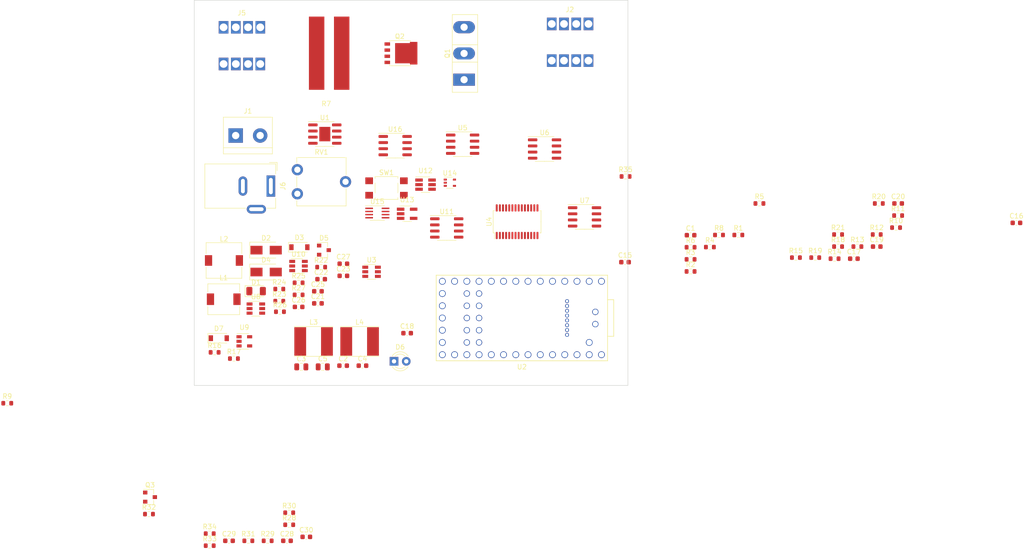
<source format=kicad_pcb>
(kicad_pcb (version 20171130) (host pcbnew 5.1.7-a382d34a8~87~ubuntu18.04.1)
  (layers (0 F.Cu signal) (31 B.Cu signal) (34 B.Paste user) (35 F.Paste user) (36 B.SilkS user) (37 F.SilkS user) (38 B.Mask user) (39 F.Mask user) (44 Edge.Cuts user))
  (net 0 "")
  (net 1 /Teensy/TempSense)
  (net 2 GND)
  (net 3 "Net-(C17-Pad2)")
  (net 4 +9V)
  (net 5 +12V)
  (net 6 "Net-(C22-Pad2)")
  (net 7 "Net-(C22-Pad1)")
  (net 8 +5V)
  (net 9 "Net-(C26-Pad2)")
  (net 10 "Net-(C26-Pad1)")
  (net 11 "/Overcurrent Protection/Vref")
  (net 12 "Net-(D3-Pad2)")
  (net 13 "Net-(D6-Pad2)")
  (net 14 "Net-(Q1-Pad3)")
  (net 15 "/Output Stage/MOSFET-OUT")
  (net 16 "/Overcurrent Protection/OCMosfet")
  (net 17 "Net-(Q2-Pad1)")
  (net 18 "/Overcurrent Protection/OCControl")
  (net 19 "Net-(R2-Pad2)")
  (net 20 "Net-(R3-Pad2)")
  (net 21 "Net-(R5-Pad1)")
  (net 22 "Net-(R10-Pad2)")
  (net 23 "Net-(C18-Pad1)")
  (net 24 "Net-(C18-Pad2)")
  (net 25 "Net-(R13-Pad2)")
  (net 26 "Net-(R14-Pad2)")
  (net 27 "Net-(R19-Pad2)")
  (net 28 "Net-(R22-Pad2)")
  (net 29 "Net-(R23-Pad2)")
  (net 30 "Net-(R25-Pad2)")
  (net 31 "Net-(R26-Pad2)")
  (net 32 "Net-(R28-Pad1)")
  (net 33 "Net-(R29-Pad1)")
  (net 34 "Net-(R31-Pad2)")
  (net 35 +3V3)
  (net 36 "Net-(C2-Pad2)")
  (net 37 "/Overcurrent Protection/OCStatus")
  (net 38 "/Overcurrent Protection/OCSense")
  (net 39 /Teensy/ADC-SHUNT)
  (net 40 "Net-(R4-Pad2)")
  (net 41 "Net-(R15-Pad2)")
  (net 42 "Net-(C4-Pad1)")
  (net 43 -3V3)
  (net 44 "Net-(R18-Pad2)")
  (net 45 "Net-(R30-Pad2)")
  (net 46 "Net-(R32-Pad1)")
  (net 47 "Net-(U2-Pad12)")
  (net 48 "Net-(U2-Pad14)")
  (net 49 "Net-(U2-Pad20)")
  (net 50 "/Output Stage/DAC-CLOCK")
  (net 51 "/Output Stage/DAC-D0")
  (net 52 "/Output Stage/DAC-D1")
  (net 53 "/Output Stage/DAC-D2")
  (net 54 "/Output Stage/DAC-D3")
  (net 55 "/Output Stage/DAC-D4")
  (net 56 "/Output Stage/DAC-D5")
  (net 57 "/Output Stage/DAC-D6")
  (net 58 "/Output Stage/DAC-D7")
  (net 59 "/Output Stage/DAC-D8")
  (net 60 "/Output Stage/DAC-D9")
  (net 61 "/Output Stage/DAC-D10")
  (net 62 "/Output Stage/DAC-D11")
  (net 63 "/Output Stage/DAC-D12")
  (net 64 "/Output Stage/DAC-D13")
  (net 65 "Net-(C2-Pad1)")
  (net 66 "Net-(U12-Pad6)")
  (net 67 "Net-(U12-Pad3)")
  (net 68 "/Overcurrent Protection/SET")
  (net 69 "/Overcurrent Protection/RESET'")
  (net 70 "Net-(U15-Pad2)")
  (net 71 "Net-(J2-Pad1)")
  (net 72 "Net-(R9-Pad2)")
  (net 73 "Net-(R35-Pad2)")
  (module Resistor_SMD:R_0603_1608Metric (layer F.Cu) (at 179.51 76.6)
    (fp_text reference R35 (at 0 -1.43) (layer F.SilkS))
    (fp_text value 0R)
    (pad 2 smd roundrect (at 0.825 0) (size 0.8 0.95) (layers F.Cu F.Paste F.Mask) (net 73 "Net-(R35-Pad2)"))
    (pad 1 smd roundrect (at -0.825 0) (size 0.8 0.95) (layers F.Cu F.Paste F.Mask) (net 39 /Teensy/ADC-SHUNT))
  )
  (module Resistor_SMD:R_0603_1608Metric (layer F.Cu) (at 51.2 123.7)
    (fp_text reference R9 (at 0 -1.43) (layer F.SilkS))
    (fp_text value 0R)
    (pad 2 smd roundrect (at 0.825 0) (size 0.8 0.95) (layers F.Cu F.Paste F.Mask) (net 72 "Net-(R9-Pad2)"))
    (pad 1 smd roundrect (at -0.825 0) (size 0.8 0.95) (layers F.Cu F.Paste F.Mask) (net 39 /Teensy/ADC-SHUNT))
  )
  (module Hardware:Teensy40_SMT (layer F.Cu) (at 158 106 180)
    (fp_text reference U2 (at 0 -10.16) (layer F.SilkS))
    (fp_text value Teensy4.0)
    (pad 1 thru_hole circle (at -16.51 7.62 180) (size 1.404 1.404) (drill 1.1) (layers *.Cu *.Mask) (net 2 GND))
    (pad 2 thru_hole circle (at -13.97 7.62 180) (size 1.404 1.404) (drill 1.1) (layers *.Cu *.Mask) (net 51 "/Output Stage/DAC-D0"))
    (pad 35 thru_hole circle (at 11.43 -5.08 180) (size 1.304 1.304) (drill 1) (layers *.Cu *.Mask) (net 1 /Teensy/TempSense))
    (pad 36 thru_hole circle (at 8.89 -5.08 180) (size 1.304 1.304) (drill 1) (layers *.Cu *.Mask) (net 18 "/Overcurrent Protection/OCControl"))
    (pad 37 thru_hole circle (at 11.43 -2.54 180) (size 1.304 1.304) (drill 1) (layers *.Cu *.Mask) (net 37 "/Overcurrent Protection/OCStatus"))
    (pad 38 thru_hole circle (at 8.89 -2.54 180) (size 1.304 1.304) (drill 1) (layers *.Cu *.Mask) (net 72 "Net-(R9-Pad2)"))
    (pad 39 thru_hole circle (at 11.43 0 180) (size 1.304 1.304) (drill 1) (layers *.Cu *.Mask))
    (pad 40 thru_hole circle (at 8.89 0 180) (size 1.304 1.304) (drill 1) (layers *.Cu *.Mask))
    (pad 41 thru_hole circle (at 11.43 2.54 180) (size 1.304 1.304) (drill 1) (layers *.Cu *.Mask))
    (pad 42 thru_hole circle (at 8.89 2.54 180) (size 1.304 1.304) (drill 1) (layers *.Cu *.Mask))
    (pad 43 thru_hole circle (at 11.43 5.08 180) (size 1.304 1.304) (drill 1) (layers *.Cu *.Mask))
    (pad 44 thru_hole circle (at 8.89 5.08 180) (size 1.304 1.304) (drill 1) (layers *.Cu *.Mask))
    (pad 45 thru_hole circle (at -9.3716 -3.5 180) (size 0.804 0.804) (drill 0.5) (layers *.Cu *.Mask))
    (pad 46 thru_hole circle (at -9.3716 -2.5 180) (size 0.804 0.804) (drill 0.5) (layers *.Cu *.Mask))
    (pad 47 thru_hole circle (at -9.3716 -1.5 180) (size 0.804 0.804) (drill 0.5) (layers *.Cu *.Mask) (net 2 GND))
    (pad 48 thru_hole circle (at -9.3716 -0.5 180) (size 0.804 0.804) (drill 0.5) (layers *.Cu *.Mask))
    (pad 49 thru_hole circle (at -9.3716 0.5 180) (size 0.804 0.804) (drill 0.5) (layers *.Cu *.Mask) (net 35 +3V3))
    (pad 50 thru_hole circle (at -9.3716 1.5 180) (size 0.804 0.804) (drill 0.5) (layers *.Cu *.Mask))
    (pad 51 thru_hole circle (at -9.3716 2.5 180) (size 0.804 0.804) (drill 0.5) (layers *.Cu *.Mask))
    (pad 52 thru_hole circle (at -9.3716 3.5 180) (size 0.804 0.804) (drill 0.5) (layers *.Cu *.Mask))
    (pad 53 thru_hole circle (at -15.24 -1.27 180) (size 1.304 1.304) (drill 1) (layers *.Cu *.Mask))
    (pad 54 thru_hole circle (at -15.24 1.27 180) (size 1.304 1.304) (drill 1) (layers *.Cu *.Mask))
    (pad 3 thru_hole circle (at -11.43 7.62 180) (size 1.404 1.404) (drill 1.1) (layers *.Cu *.Mask) (net 52 "/Output Stage/DAC-D1"))
    (pad 4 thru_hole circle (at -8.89 7.62 180) (size 1.404 1.404) (drill 1.1) (layers *.Cu *.Mask) (net 53 "/Output Stage/DAC-D2"))
    (pad 5 thru_hole circle (at -6.35 7.62 180) (size 1.404 1.404) (drill 1.1) (layers *.Cu *.Mask) (net 54 "/Output Stage/DAC-D3"))
    (pad 6 thru_hole circle (at -3.81 7.62 180) (size 1.404 1.404) (drill 1.1) (layers *.Cu *.Mask) (net 55 "/Output Stage/DAC-D4"))
    (pad 7 thru_hole circle (at -1.27 7.62 180) (size 1.404 1.404) (drill 1.1) (layers *.Cu *.Mask) (net 56 "/Output Stage/DAC-D5"))
    (pad 8 thru_hole circle (at 1.27 7.62 180) (size 1.404 1.404) (drill 1.1) (layers *.Cu *.Mask) (net 57 "/Output Stage/DAC-D6"))
    (pad 9 thru_hole circle (at 3.81 7.62 180) (size 1.404 1.404) (drill 1.1) (layers *.Cu *.Mask) (net 58 "/Output Stage/DAC-D7"))
    (pad 10 thru_hole circle (at 6.35 7.62 180) (size 1.404 1.404) (drill 1.1) (layers *.Cu *.Mask) (net 59 "/Output Stage/DAC-D8"))
    (pad 11 thru_hole circle (at 8.89 7.62 180) (size 1.404 1.404) (drill 1.1) (layers *.Cu *.Mask) (net 60 "/Output Stage/DAC-D9"))
    (pad 12 thru_hole circle (at 11.43 7.62 180) (size 1.404 1.404) (drill 1.1) (layers *.Cu *.Mask) (net 47 "Net-(U2-Pad12)"))
    (pad 14 thru_hole circle (at 16.51 7.62 180) (size 1.404 1.404) (drill 1.1) (layers *.Cu *.Mask) (net 48 "Net-(U2-Pad14)"))
    (pad 15 thru_hole circle (at 16.51 5.08 180) (size 1.404 1.404) (drill 1.1) (layers *.Cu *.Mask))
    (pad 16 thru_hole circle (at 16.51 2.54 180) (size 1.404 1.404) (drill 1.1) (layers *.Cu *.Mask) (net 35 +3V3))
    (pad 17 thru_hole circle (at 16.51 0 180) (size 1.404 1.404) (drill 1.1) (layers *.Cu *.Mask) (net 2 GND))
    (pad 18 thru_hole circle (at 16.51 -2.54 180) (size 1.404 1.404) (drill 1.1) (layers *.Cu *.Mask))
    (pad 19 thru_hole circle (at 16.51 -5.08 180) (size 1.404 1.404) (drill 1.1) (layers *.Cu *.Mask))
    (pad 20 thru_hole circle (at 16.51 -7.62 180) (size 1.404 1.404) (drill 1.1) (layers *.Cu *.Mask) (net 49 "Net-(U2-Pad20)"))
    (pad 21 thru_hole circle (at 13.97 -7.62 180) (size 1.404 1.404) (drill 1.1) (layers *.Cu *.Mask) (net 61 "/Output Stage/DAC-D10"))
    (pad 22 thru_hole circle (at 11.43 -7.62 180) (size 1.404 1.404) (drill 1.1) (layers *.Cu *.Mask) (net 62 "/Output Stage/DAC-D11"))
    (pad 23 thru_hole circle (at 8.89 -7.62 180) (size 1.404 1.404) (drill 1.1) (layers *.Cu *.Mask) (net 63 "/Output Stage/DAC-D12"))
    (pad 24 thru_hole circle (at 6.35 -7.62 180) (size 1.404 1.404) (drill 1.1) (layers *.Cu *.Mask) (net 64 "/Output Stage/DAC-D13"))
    (pad 25 thru_hole circle (at 3.81 -7.62 180) (size 1.404 1.404) (drill 1.1) (layers *.Cu *.Mask) (net 50 "/Output Stage/DAC-CLOCK"))
    (pad 26 thru_hole circle (at 1.27 -7.62 180) (size 1.404 1.404) (drill 1.1) (layers *.Cu *.Mask))
    (pad 27 thru_hole circle (at -1.27 -7.62 180) (size 1.404 1.404) (drill 1.1) (layers *.Cu *.Mask))
    (pad 28 thru_hole circle (at -3.81 -7.62 180) (size 1.404 1.404) (drill 1.1) (layers *.Cu *.Mask))
    (pad 29 thru_hole circle (at -6.35 -7.62 180) (size 1.404 1.404) (drill 1.1) (layers *.Cu *.Mask))
    (pad 30 thru_hole circle (at -8.89 -7.62 180) (size 1.404 1.404) (drill 1.1) (layers *.Cu *.Mask))
    (pad 31 thru_hole circle (at -11.43 -7.62 180) (size 1.404 1.404) (drill 1.1) (layers *.Cu *.Mask) (net 35 +3V3))
    (pad 32 thru_hole circle (at -13.97 -7.62 180) (size 1.404 1.404) (drill 1.1) (layers *.Cu *.Mask) (net 2 GND))
    (pad 34 thru_hole circle (at -13.97 -5.08 180) (size 1.404 1.404) (drill 1.1) (layers *.Cu *.Mask))
    (pad 33 thru_hole circle (at -16.51 -7.62 180) (size 1.404 1.404) (drill 1.1) (layers *.Cu *.Mask) (net 8 +5V))
    (pad 13 thru_hole circle (at 13.97 7.62 180) (size 1.404 1.404) (drill 1.1) (layers *.Cu *.Mask))
  )
  (module Hardware:2959_metric_15075 (layer F.Cu) (at 118 51 180)
    (fp_text reference R7 (at 0.6 -10.5) (layer F.SilkS))
    (fp_text value "1 mOhms ±5% 10W ")
    (pad 2 smd rect (at 2.6 0 180) (size 3.2 15.2) (layers F.Cu F.Paste F.Mask) (net 2 GND))
    (pad 1 smd rect (at -2.6 0 180) (size 3.2 15.2) (layers F.Cu F.Paste F.Mask) (net 17 "Net-(Q2-Pad1)"))
  )
  (module Hardware:7460307 (layer F.Cu) (at 99.9 50.7)
    (fp_text reference J5 (at -0.05 -8.05) (layer F.SilkS))
    (fp_text value " 74650074R")
    (pad 1 thru_hole rect (at 3.81 2.54) (size 2 2.6) (drill 1.6) (layers *.Cu *.Mask) (net 2 GND))
    (pad 1 thru_hole rect (at 1.27 2.54) (size 2 2.6) (drill 1.6) (layers *.Cu *.Mask) (net 2 GND))
    (pad 1 thru_hole rect (at -1.27 2.54) (size 2 2.6) (drill 1.6) (layers *.Cu *.Mask) (net 2 GND))
    (pad 1 thru_hole rect (at -3.81 2.54) (size 2 2.6) (drill 1.6) (layers *.Cu *.Mask) (net 2 GND))
    (pad 1 thru_hole rect (at 3.81 -5.08) (size 2 2.6) (drill 1.6) (layers *.Cu *.Mask) (net 2 GND))
    (pad 1 thru_hole rect (at 1.27 -5.08) (size 2 2.6) (drill 1.6) (layers *.Cu *.Mask) (net 2 GND))
    (pad 1 thru_hole rect (at -3.81 -5.08) (size 2 2.6) (drill 1.6) (layers *.Cu *.Mask) (net 2 GND))
    (pad 1 thru_hole rect (at -1.27 -5.08) (size 2 2.6) (drill 1.6) (layers *.Cu *.Mask) (net 2 GND))
  )
  (module Hardware:7460307 (layer F.Cu) (at 168 50)
    (fp_text reference J2 (at -0.05 -8.05) (layer F.SilkS))
    (fp_text value " 74650074R")
    (pad 1 thru_hole rect (at 3.81 2.54) (size 2 2.6) (drill 1.6) (layers *.Cu *.Mask) (net 71 "Net-(J2-Pad1)"))
    (pad 1 thru_hole rect (at 1.27 2.54) (size 2 2.6) (drill 1.6) (layers *.Cu *.Mask) (net 71 "Net-(J2-Pad1)"))
    (pad 1 thru_hole rect (at -1.27 2.54) (size 2 2.6) (drill 1.6) (layers *.Cu *.Mask) (net 71 "Net-(J2-Pad1)"))
    (pad 1 thru_hole rect (at -3.81 2.54) (size 2 2.6) (drill 1.6) (layers *.Cu *.Mask) (net 71 "Net-(J2-Pad1)"))
    (pad 1 thru_hole rect (at 3.81 -5.08) (size 2 2.6) (drill 1.6) (layers *.Cu *.Mask) (net 71 "Net-(J2-Pad1)"))
    (pad 1 thru_hole rect (at 1.27 -5.08) (size 2 2.6) (drill 1.6) (layers *.Cu *.Mask) (net 71 "Net-(J2-Pad1)"))
    (pad 1 thru_hole rect (at -3.81 -5.08) (size 2 2.6) (drill 1.6) (layers *.Cu *.Mask) (net 71 "Net-(J2-Pad1)"))
    (pad 1 thru_hole rect (at -1.27 -5.08) (size 2 2.6) (drill 1.6) (layers *.Cu *.Mask) (net 71 "Net-(J2-Pad1)"))
  )
  (module Package_SO:SSOP-8_2.95x2.8mm_P0.65mm (layer F.Cu) (at 128 84.2)
    (fp_text reference U15 (at 0 -2.4) (layer F.SilkS))
    (fp_text value 74LVC2G02)
    (pad 8 smd rect (at 1.7 -0.975 270) (size 0.3 1.6) (layers F.Cu F.Paste F.Mask) (net 8 +5V))
    (pad 7 smd rect (at 1.7 -0.325 270) (size 0.3 1.6) (layers F.Cu F.Paste F.Mask) (net 67 "Net-(U12-Pad3)"))
    (pad 6 smd rect (at 1.7 0.325 270) (size 0.3 1.6) (layers F.Cu F.Paste F.Mask) (net 67 "Net-(U12-Pad3)"))
    (pad 5 smd rect (at 1.7 0.975 270) (size 0.3 1.6) (layers F.Cu F.Paste F.Mask) (net 68 "/Overcurrent Protection/SET"))
    (pad 4 smd rect (at -1.7 0.975 270) (size 0.3 1.6) (layers F.Cu F.Paste F.Mask) (net 2 GND))
    (pad 3 smd rect (at -1.7 0.325 270) (size 0.3 1.6) (layers F.Cu F.Paste F.Mask) (net 70 "Net-(U15-Pad2)"))
    (pad 2 smd rect (at -1.7 -0.325 270) (size 0.3 1.6) (layers F.Cu F.Paste F.Mask) (net 70 "Net-(U15-Pad2)"))
    (pad 1 smd rect (at -1.7 -0.975 270) (size 0.3 1.6) (layers F.Cu F.Paste F.Mask) (net 69 "/Overcurrent Protection/RESET'"))
  )
  (module Package_TO_SOT_SMD:SOT-353_SC-70-5 (layer F.Cu) (at 143.05 77.9)
    (fp_text reference U14 (at 0 -2) (layer F.SilkS))
    (fp_text value "TC75S57FU(TE85L,F)")
    (pad 5 smd rect (at 0.95 -0.65) (size 0.65 0.4) (layers F.Cu F.Paste F.Mask) (net 8 +5V))
    (pad 4 smd rect (at 0.95 0.65) (size 0.65 0.4) (layers F.Cu F.Paste F.Mask) (net 68 "/Overcurrent Protection/SET"))
    (pad 2 smd rect (at -0.95 0) (size 0.65 0.4) (layers F.Cu F.Paste F.Mask) (net 2 GND))
    (pad 3 smd rect (at -0.95 0.65) (size 0.65 0.4) (layers F.Cu F.Paste F.Mask) (net 38 "/Overcurrent Protection/OCSense"))
    (pad 1 smd rect (at -0.95 -0.65) (size 0.65 0.4) (layers F.Cu F.Paste F.Mask) (net 11 "/Overcurrent Protection/Vref"))
  )
  (module Package_TO_SOT_SMD:SOT-23-5_HandSoldering (layer F.Cu) (at 134.18 84.35)
    (fp_text reference U13 (at 0 -2.9) (layer F.SilkS))
    (fp_text value SN74LVC1G08DBVR)
    (pad 5 smd rect (at 1.35 -0.95) (size 1.56 0.65) (layers F.Cu F.Paste F.Mask) (net 8 +5V))
    (pad 4 smd rect (at 1.35 0.95) (size 1.56 0.65) (layers F.Cu F.Paste F.Mask) (net 69 "/Overcurrent Protection/RESET'"))
    (pad 3 smd rect (at -1.35 0.95) (size 1.56 0.65) (layers F.Cu F.Paste F.Mask) (net 2 GND))
    (pad 2 smd rect (at -1.35 0) (size 1.56 0.65) (layers F.Cu F.Paste F.Mask) (net 45 "Net-(R30-Pad2)"))
    (pad 1 smd rect (at -1.35 -0.95) (size 1.56 0.65) (layers F.Cu F.Paste F.Mask) (net 66 "Net-(U12-Pad6)"))
  )
  (module Package_TO_SOT_SMD:SOT-23-6_Handsoldering (layer F.Cu) (at 138 78.3)
    (fp_text reference U12 (at 0 -2.9) (layer F.SilkS))
    (fp_text value 74LVC2G04)
    (pad 5 smd rect (at 1.35 0) (size 1.56 0.65) (layers F.Cu F.Paste F.Mask) (net 8 +5V))
    (pad 6 smd rect (at 1.35 -0.95) (size 1.56 0.65) (layers F.Cu F.Paste F.Mask) (net 66 "Net-(U12-Pad6)"))
    (pad 4 smd rect (at 1.35 0.95) (size 1.56 0.65) (layers F.Cu F.Paste F.Mask) (net 34 "Net-(R31-Pad2)"))
    (pad 3 smd rect (at -1.35 0.95) (size 1.56 0.65) (layers F.Cu F.Paste F.Mask) (net 67 "Net-(U12-Pad3)"))
    (pad 2 smd rect (at -1.35 0) (size 1.56 0.65) (layers F.Cu F.Paste F.Mask) (net 2 GND))
    (pad 1 smd rect (at -1.35 -0.95) (size 1.56 0.65) (layers F.Cu F.Paste F.Mask) (net 68 "/Overcurrent Protection/SET"))
  )
  (module Package_SO:SOIC-8-1EP_3.9x4.9mm_P1.27mm_EP2.29x3mm (layer F.Cu) (at 117.1 67.8)
    (fp_text reference U1 (at 0 -3.4) (layer F.SilkS))
    (fp_text value OPA2354AIDDA)
    (pad 9 smd rect (at 0 0) (size 2.29 3) (layers F.Cu F.Mask))
    (pad 8 smd roundrect (at 2.475 -1.905) (size 1.95 0.6) (layers F.Cu F.Paste F.Mask) (net 35 +3V3))
    (pad 7 smd roundrect (at 2.475 -0.635) (size 1.95 0.6) (layers F.Cu F.Paste F.Mask) (net 39 /Teensy/ADC-SHUNT))
    (pad 6 smd roundrect (at 2.475 0.635) (size 1.95 0.6) (layers F.Cu F.Paste F.Mask) (net 20 "Net-(R3-Pad2)"))
    (pad 5 smd roundrect (at 2.475 1.905) (size 1.95 0.6) (layers F.Cu F.Paste F.Mask) (net 19 "Net-(R2-Pad2)"))
    (pad 4 smd roundrect (at -2.475 1.905) (size 1.95 0.6) (layers F.Cu F.Paste F.Mask) (net 43 -3V3))
    (pad 3 smd roundrect (at -2.475 0.635) (size 1.95 0.6) (layers F.Cu F.Paste F.Mask) (net 40 "Net-(R4-Pad2)"))
    (pad 2 smd roundrect (at -2.475 -0.635) (size 1.95 0.6) (layers F.Cu F.Paste F.Mask) (net 21 "Net-(R5-Pad1)"))
    (pad 1 smd roundrect (at -2.475 -1.905) (size 1.95 0.6) (layers F.Cu F.Paste F.Mask) (net 19 "Net-(R2-Pad2)"))
  )
  (module Button_Switch_SMD:SW_SPST_TL3305A (layer F.Cu) (at 129.9 79)
    (fp_text reference SW1 (at 0 -3.2) (layer F.SilkS))
    (fp_text value TL3305A)
    (pad 2 smd rect (at -3.6 1.5) (size 1.6 1.4) (layers F.Cu F.Paste F.Mask) (net 45 "Net-(R30-Pad2)"))
    (pad 2 smd rect (at 3.6 1.5) (size 1.6 1.4) (layers F.Cu F.Paste F.Mask) (net 45 "Net-(R30-Pad2)"))
    (pad 1 smd rect (at -3.6 -1.5) (size 1.6 1.4) (layers F.Cu F.Paste F.Mask) (net 8 +5V))
    (pad 1 smd rect (at 3.6 -1.5) (size 1.6 1.4) (layers F.Cu F.Paste F.Mask) (net 8 +5V))
  )
  (module Package_SO:SOIC-8_3.9x4.9mm_P1.27mm (layer F.Cu) (at 162.7 70.9)
    (fp_text reference U6 (at 0 -3.4) (layer F.SilkS))
    (fp_text value THS3091)
    (pad 8 smd roundrect (at 2.475 -1.905) (size 1.95 0.6) (layers F.Cu F.Paste F.Mask))
    (pad 7 smd roundrect (at 2.475 -0.635) (size 1.95 0.6) (layers F.Cu F.Paste F.Mask) (net 4 +9V))
    (pad 6 smd roundrect (at 2.475 0.635) (size 1.95 0.6) (layers F.Cu F.Paste F.Mask) (net 15 "/Output Stage/MOSFET-OUT"))
    (pad 5 smd roundrect (at 2.475 1.905) (size 1.95 0.6) (layers F.Cu F.Paste F.Mask))
    (pad 4 smd roundrect (at -2.475 1.905) (size 1.95 0.6) (layers F.Cu F.Paste F.Mask) (net 2 GND))
    (pad 3 smd roundrect (at -2.475 0.635) (size 1.95 0.6) (layers F.Cu F.Paste F.Mask) (net 41 "Net-(R15-Pad2)"))
    (pad 2 smd roundrect (at -2.475 -0.635) (size 1.95 0.6) (layers F.Cu F.Paste F.Mask) (net 15 "/Output Stage/MOSFET-OUT"))
    (pad 1 smd roundrect (at -2.475 -1.905) (size 1.95 0.6) (layers F.Cu F.Paste F.Mask))
  )
  (module Package_SO:SOIC-8_3.9x4.9mm_P1.27mm (layer F.Cu) (at 145.7 69.9)
    (fp_text reference U5 (at 0 -3.4) (layer F.SilkS))
    (fp_text value THS3091)
    (pad 8 smd roundrect (at 2.475 -1.905) (size 1.95 0.6) (layers F.Cu F.Paste F.Mask))
    (pad 7 smd roundrect (at 2.475 -0.635) (size 1.95 0.6) (layers F.Cu F.Paste F.Mask) (net 4 +9V))
    (pad 6 smd roundrect (at 2.475 0.635) (size 1.95 0.6) (layers F.Cu F.Paste F.Mask) (net 41 "Net-(R15-Pad2)"))
    (pad 5 smd roundrect (at 2.475 1.905) (size 1.95 0.6) (layers F.Cu F.Paste F.Mask))
    (pad 4 smd roundrect (at -2.475 1.905) (size 1.95 0.6) (layers F.Cu F.Paste F.Mask) (net 2 GND))
    (pad 3 smd roundrect (at -2.475 0.635) (size 1.95 0.6) (layers F.Cu F.Paste F.Mask) (net 26 "Net-(R14-Pad2)"))
    (pad 2 smd roundrect (at -2.475 -0.635) (size 1.95 0.6) (layers F.Cu F.Paste F.Mask) (net 25 "Net-(R13-Pad2)"))
    (pad 1 smd roundrect (at -2.475 -1.905) (size 1.95 0.6) (layers F.Cu F.Paste F.Mask))
  )
  (module Connector_BarrelJack:BarrelJack_Wuerth_6941xx301002 (layer F.Cu) (at 105.9 78.6 270)
    (fp_text reference J6 (at 0 -2.5 90) (layer F.SilkS))
    (fp_text value 694106301002)
    (pad 1 thru_hole rect (at 0 0 270) (size 4.4 1.8) (drill oval 3.4 0.8) (layers *.Cu *.Mask) (net 5 +12V))
    (pad 2 thru_hole oval (at 0 5.8 270) (size 4 1.8) (drill oval 3 0.8) (layers *.Cu *.Mask) (net 2 GND))
    (pad 3 thru_hole oval (at 4.8 3) (size 4 1.8) (drill oval 3 0.8) (layers *.Cu *.Mask))
  )
  (module Inductor_SMD:L_Taiyo-Yuden_NR-60xx_HandSoldering (layer F.Cu) (at 124.32 110.87)
    (fp_text reference L4 (at 0 -4) (layer F.SilkS))
    (fp_text value 22uH)
    (pad 2 smd rect (at 2.775 0) (size 2.45 5.9) (layers F.Cu F.Paste F.Mask) (net 36 "Net-(C2-Pad2)"))
    (pad 1 smd rect (at -2.775 0) (size 2.45 5.9) (layers F.Cu F.Paste F.Mask) (net 43 -3V3))
  )
  (module Inductor_SMD:L_Taiyo-Yuden_NR-60xx_HandSoldering (layer F.Cu) (at 114.77 110.87)
    (fp_text reference L3 (at 0 -4) (layer F.SilkS))
    (fp_text value 22uH)
    (pad 2 smd rect (at 2.775 0) (size 2.45 5.9) (layers F.Cu F.Paste F.Mask) (net 5 +12V))
    (pad 1 smd rect (at -2.775 0) (size 2.45 5.9) (layers F.Cu F.Paste F.Mask) (net 65 "Net-(C2-Pad1)"))
  )
  (module Capacitor_SMD:C_0603_1608Metric (layer F.Cu) (at 134.18 109.15)
    (fp_text reference C18 (at 0 -1.43) (layer F.SilkS))
    (fp_text value DNM)
    (pad 2 smd roundrect (at 0.775 0) (size 0.9 0.95) (layers F.Cu F.Paste F.Mask) (net 24 "Net-(C18-Pad2)"))
    (pad 1 smd roundrect (at -0.775 0) (size 0.9 0.95) (layers F.Cu F.Paste F.Mask) (net 23 "Net-(C18-Pad1)"))
  )
  (module Capacitor_SMD:C_0805_2012Metric (layer F.Cu) (at 116.67 116.15)
    (fp_text reference C5 (at 0 -1.68) (layer F.SilkS))
    (fp_text value 22uF)
    (pad 2 smd roundrect (at 0.95 0) (size 1 1.45) (layers F.Cu F.Paste F.Mask) (net 43 -3V3))
    (pad 1 smd roundrect (at -0.95 0) (size 1 1.45) (layers F.Cu F.Paste F.Mask) (net 2 GND))
  )
  (module Capacitor_SMD:C_0603_1608Metric (layer F.Cu) (at 124.91 115.9)
    (fp_text reference C4 (at 0 -1.43) (layer F.SilkS))
    (fp_text value 1000pF)
    (pad 2 smd roundrect (at 0.775 0) (size 0.9 0.95) (layers F.Cu F.Paste F.Mask) (net 43 -3V3))
    (pad 1 smd roundrect (at -0.775 0) (size 0.9 0.95) (layers F.Cu F.Paste F.Mask) (net 42 "Net-(C4-Pad1)"))
  )
  (module Capacitor_SMD:C_0805_2012Metric (layer F.Cu) (at 112.22 116.15)
    (fp_text reference C3 (at 0 -1.68) (layer F.SilkS))
    (fp_text value 22uF)
    (pad 2 smd roundrect (at 0.95 0) (size 1 1.45) (layers F.Cu F.Paste F.Mask) (net 5 +12V))
    (pad 1 smd roundrect (at -0.95 0) (size 1 1.45) (layers F.Cu F.Paste F.Mask) (net 2 GND))
  )
  (module Capacitor_SMD:C_0603_1608Metric (layer F.Cu) (at 120.9 115.9)
    (fp_text reference C2 (at 0 -1.43) (layer F.SilkS))
    (fp_text value 2.2uF)
    (pad 2 smd roundrect (at 0.775 0) (size 0.9 0.95) (layers F.Cu F.Paste F.Mask) (net 36 "Net-(C2-Pad2)"))
    (pad 1 smd roundrect (at -0.775 0) (size 0.9 0.95) (layers F.Cu F.Paste F.Mask) (net 65 "Net-(C2-Pad1)"))
  )
  (module Package_TO_SOT_SMD:SOT-23-5 (layer F.Cu) (at 100.4 110.85)
    (fp_text reference U9 (at 0 -2.9) (layer F.SilkS))
    (fp_text value LM2611xMF)
    (pad 5 smd rect (at 1.1 -0.95) (size 1.06 0.65) (layers F.Cu F.Paste F.Mask) (net 5 +12V))
    (pad 4 smd rect (at 1.1 0.95) (size 1.06 0.65) (layers F.Cu F.Paste F.Mask) (net 5 +12V))
    (pad 3 smd rect (at -1.1 0.95) (size 1.06 0.65) (layers F.Cu F.Paste F.Mask) (net 42 "Net-(C4-Pad1)"))
    (pad 2 smd rect (at -1.1 0) (size 1.06 0.65) (layers F.Cu F.Paste F.Mask) (net 2 GND))
    (pad 1 smd rect (at -1.1 -0.95) (size 1.06 0.65) (layers F.Cu F.Paste F.Mask) (net 65 "Net-(C2-Pad1)"))
  )
  (module Resistor_SMD:R_0603_1608Metric (layer F.Cu) (at 98.24 114.43)
    (fp_text reference R17 (at 0 -1.43) (layer F.SilkS))
    (fp_text value "10k 1%")
    (pad 2 smd roundrect (at 0.825 0) (size 0.8 0.95) (layers F.Cu F.Paste F.Mask) (net 2 GND))
    (pad 1 smd roundrect (at -0.825 0) (size 0.8 0.95) (layers F.Cu F.Paste F.Mask) (net 42 "Net-(C4-Pad1)"))
  )
  (module Resistor_SMD:R_0603_1608Metric (layer F.Cu) (at 94.23 113.13)
    (fp_text reference R16 (at 0 -1.43) (layer F.SilkS))
    (fp_text value "16.83k 1%")
    (pad 2 smd roundrect (at 0.825 0) (size 0.8 0.95) (layers F.Cu F.Paste F.Mask) (net 42 "Net-(C4-Pad1)"))
    (pad 1 smd roundrect (at -0.825 0) (size 0.8 0.95) (layers F.Cu F.Paste F.Mask) (net 43 -3V3))
  )
  (module Diode_SMD:D_SOD-123 (layer F.Cu) (at 95.1 110.2)
    (fp_text reference D7 (at 0 -2) (layer F.SilkS))
    (fp_text value MBR0520)
    (pad 2 smd rect (at 1.65 0) (size 0.9 1.2) (layers F.Cu F.Paste F.Mask) (net 36 "Net-(C2-Pad2)"))
    (pad 1 smd rect (at -1.65 0) (size 0.9 1.2) (layers F.Cu F.Paste F.Mask) (net 2 GND))
  )
  (module Package_SO:SOIC-8_3.9x4.9mm_P1.27mm (layer F.Cu) (at 131.7 70.2)
    (fp_text reference U16 (at 0 -3.4) (layer F.SilkS))
    (fp_text value TC4452)
    (pad 8 smd roundrect (at 2.475 -1.905) (size 1.95 0.6) (layers F.Cu F.Paste F.Mask) (net 8 +5V))
    (pad 7 smd roundrect (at 2.475 -0.635) (size 1.95 0.6) (layers F.Cu F.Paste F.Mask) (net 16 "/Overcurrent Protection/OCMosfet"))
    (pad 6 smd roundrect (at 2.475 0.635) (size 1.95 0.6) (layers F.Cu F.Paste F.Mask) (net 16 "/Overcurrent Protection/OCMosfet"))
    (pad 5 smd roundrect (at 2.475 1.905) (size 1.95 0.6) (layers F.Cu F.Paste F.Mask) (net 2 GND))
    (pad 4 smd roundrect (at -2.475 1.905) (size 1.95 0.6) (layers F.Cu F.Paste F.Mask) (net 2 GND))
    (pad 3 smd roundrect (at -2.475 0.635) (size 1.95 0.6) (layers F.Cu F.Paste F.Mask))
    (pad 2 smd roundrect (at -2.475 -0.635) (size 1.95 0.6) (layers F.Cu F.Paste F.Mask) (net 46 "Net-(R32-Pad1)"))
    (pad 1 smd roundrect (at -2.475 -1.905) (size 1.95 0.6) (layers F.Cu F.Paste F.Mask) (net 8 +5V))
  )
  (module Package_SO:SOIC-8_3.9x4.9mm_P1.27mm (layer F.Cu) (at 142.4 87.3)
    (fp_text reference U11 (at 0 -3.4) (layer F.SilkS))
    (fp_text value LM285D-1.2)
    (pad 8 smd roundrect (at 2.475 -1.905) (size 1.95 0.6) (layers F.Cu F.Paste F.Mask) (net 32 "Net-(R28-Pad1)"))
    (pad 7 smd roundrect (at 2.475 -0.635) (size 1.95 0.6) (layers F.Cu F.Paste F.Mask))
    (pad 6 smd roundrect (at 2.475 0.635) (size 1.95 0.6) (layers F.Cu F.Paste F.Mask))
    (pad 5 smd roundrect (at 2.475 1.905) (size 1.95 0.6) (layers F.Cu F.Paste F.Mask))
    (pad 4 smd roundrect (at -2.475 1.905) (size 1.95 0.6) (layers F.Cu F.Paste F.Mask) (net 2 GND))
    (pad 3 smd roundrect (at -2.475 0.635) (size 1.95 0.6) (layers F.Cu F.Paste F.Mask))
    (pad 2 smd roundrect (at -2.475 -0.635) (size 1.95 0.6) (layers F.Cu F.Paste F.Mask))
    (pad 1 smd roundrect (at -2.475 -1.905) (size 1.95 0.6) (layers F.Cu F.Paste F.Mask))
  )
  (module Package_TO_SOT_SMD:TSOT-23-6 (layer F.Cu) (at 111.64 95.2)
    (fp_text reference U10 (at 0 -2.45) (layer F.SilkS))
    (fp_text value LM2734Y)
    (pad 6 smd rect (at 1.31 -0.95) (size 1.22 0.65) (layers F.Cu F.Paste F.Mask) (net 9 "Net-(C26-Pad2)"))
    (pad 5 smd rect (at 1.31 0) (size 1.22 0.65) (layers F.Cu F.Paste F.Mask) (net 5 +12V))
    (pad 4 smd rect (at 1.31 0.95) (size 1.22 0.65) (layers F.Cu F.Paste F.Mask) (net 30 "Net-(R25-Pad2)"))
    (pad 3 smd rect (at -1.31 0.95) (size 1.22 0.65) (layers F.Cu F.Paste F.Mask) (net 31 "Net-(R26-Pad2)"))
    (pad 2 smd rect (at -1.31 0) (size 1.22 0.65) (layers F.Cu F.Paste F.Mask) (net 2 GND))
    (pad 1 smd rect (at -1.31 -0.95) (size 1.22 0.65) (layers F.Cu F.Paste F.Mask) (net 10 "Net-(C26-Pad1)"))
  )
  (module Package_TO_SOT_SMD:TSOT-23-6 (layer F.Cu) (at 102.79 104.04)
    (fp_text reference U8 (at 0 -2.45) (layer F.SilkS))
    (fp_text value LM2734Y)
    (pad 6 smd rect (at 1.31 -0.95) (size 1.22 0.65) (layers F.Cu F.Paste F.Mask) (net 6 "Net-(C22-Pad2)"))
    (pad 5 smd rect (at 1.31 0) (size 1.22 0.65) (layers F.Cu F.Paste F.Mask) (net 5 +12V))
    (pad 4 smd rect (at 1.31 0.95) (size 1.22 0.65) (layers F.Cu F.Paste F.Mask) (net 28 "Net-(R22-Pad2)"))
    (pad 3 smd rect (at -1.31 0.95) (size 1.22 0.65) (layers F.Cu F.Paste F.Mask) (net 29 "Net-(R23-Pad2)"))
    (pad 2 smd rect (at -1.31 0) (size 1.22 0.65) (layers F.Cu F.Paste F.Mask) (net 2 GND))
    (pad 1 smd rect (at -1.31 -0.95) (size 1.22 0.65) (layers F.Cu F.Paste F.Mask) (net 7 "Net-(C22-Pad1)"))
  )
  (module Package_SO:SOIC-8_3.9x4.9mm_P1.27mm (layer F.Cu) (at 171 85)
    (fp_text reference U7 (at 0 -3.4) (layer F.SilkS))
    (fp_text value LM285M-ADJ)
    (pad 8 smd roundrect (at 2.475 -1.905) (size 1.95 0.6) (layers F.Cu F.Paste F.Mask) (net 44 "Net-(R18-Pad2)"))
    (pad 7 smd roundrect (at 2.475 -0.635) (size 1.95 0.6) (layers F.Cu F.Paste F.Mask))
    (pad 6 smd roundrect (at 2.475 0.635) (size 1.95 0.6) (layers F.Cu F.Paste F.Mask))
    (pad 5 smd roundrect (at 2.475 1.905) (size 1.95 0.6) (layers F.Cu F.Paste F.Mask) (net 27 "Net-(R19-Pad2)"))
    (pad 4 smd roundrect (at -2.475 1.905) (size 1.95 0.6) (layers F.Cu F.Paste F.Mask) (net 2 GND))
    (pad 3 smd roundrect (at -2.475 0.635) (size 1.95 0.6) (layers F.Cu F.Paste F.Mask))
    (pad 2 smd roundrect (at -2.475 -0.635) (size 1.95 0.6) (layers F.Cu F.Paste F.Mask))
    (pad 1 smd roundrect (at -2.475 -1.905) (size 1.95 0.6) (layers F.Cu F.Paste F.Mask))
  )
  (module Package_SO:TSSOP-28_4.4x9.7mm_P0.65mm (layer F.Cu) (at 157 86 90)
    (fp_text reference U4 (at 0 -5.8 90) (layer F.SilkS))
    (fp_text value AD9744)
    (pad 28 smd roundrect (at 2.8625 -4.225 90) (size 1.475 0.4) (layers F.Cu F.Paste F.Mask) (net 50 "/Output Stage/DAC-CLOCK"))
    (pad 27 smd roundrect (at 2.8625 -3.575 90) (size 1.475 0.4) (layers F.Cu F.Paste F.Mask) (net 35 +3V3))
    (pad 26 smd roundrect (at 2.8625 -2.925 90) (size 1.475 0.4) (layers F.Cu F.Paste F.Mask) (net 2 GND))
    (pad 25 smd roundrect (at 2.8625 -2.275 90) (size 1.475 0.4) (layers F.Cu F.Paste F.Mask) (net 2 GND))
    (pad 24 smd roundrect (at 2.8625 -1.625 90) (size 1.475 0.4) (layers F.Cu F.Paste F.Mask) (net 35 +3V3))
    (pad 23 smd roundrect (at 2.8625 -0.975 90) (size 1.475 0.4) (layers F.Cu F.Paste F.Mask))
    (pad 22 smd roundrect (at 2.8625 -0.325 90) (size 1.475 0.4) (layers F.Cu F.Paste F.Mask) (net 24 "Net-(C18-Pad2)"))
    (pad 21 smd roundrect (at 2.8625 0.325 90) (size 1.475 0.4) (layers F.Cu F.Paste F.Mask) (net 23 "Net-(C18-Pad1)"))
    (pad 20 smd roundrect (at 2.8625 0.975 90) (size 1.475 0.4) (layers F.Cu F.Paste F.Mask) (net 2 GND))
    (pad 19 smd roundrect (at 2.8625 1.625 90) (size 1.475 0.4) (layers F.Cu F.Paste F.Mask))
    (pad 18 smd roundrect (at 2.8625 2.275 90) (size 1.475 0.4) (layers F.Cu F.Paste F.Mask) (net 22 "Net-(R10-Pad2)"))
    (pad 17 smd roundrect (at 2.8625 2.925 90) (size 1.475 0.4) (layers F.Cu F.Paste F.Mask) (net 3 "Net-(C17-Pad2)"))
    (pad 16 smd roundrect (at 2.8625 3.575 90) (size 1.475 0.4) (layers F.Cu F.Paste F.Mask) (net 2 GND))
    (pad 15 smd roundrect (at 2.8625 4.225 90) (size 1.475 0.4) (layers F.Cu F.Paste F.Mask))
    (pad 14 smd roundrect (at -2.8625 4.225 90) (size 1.475 0.4) (layers F.Cu F.Paste F.Mask) (net 51 "/Output Stage/DAC-D0"))
    (pad 13 smd roundrect (at -2.8625 3.575 90) (size 1.475 0.4) (layers F.Cu F.Paste F.Mask) (net 52 "/Output Stage/DAC-D1"))
    (pad 12 smd roundrect (at -2.8625 2.925 90) (size 1.475 0.4) (layers F.Cu F.Paste F.Mask) (net 53 "/Output Stage/DAC-D2"))
    (pad 11 smd roundrect (at -2.8625 2.275 90) (size 1.475 0.4) (layers F.Cu F.Paste F.Mask) (net 54 "/Output Stage/DAC-D3"))
    (pad 10 smd roundrect (at -2.8625 1.625 90) (size 1.475 0.4) (layers F.Cu F.Paste F.Mask) (net 55 "/Output Stage/DAC-D4"))
    (pad 9 smd roundrect (at -2.8625 0.975 90) (size 1.475 0.4) (layers F.Cu F.Paste F.Mask) (net 56 "/Output Stage/DAC-D5"))
    (pad 8 smd roundrect (at -2.8625 0.325 90) (size 1.475 0.4) (layers F.Cu F.Paste F.Mask) (net 57 "/Output Stage/DAC-D6"))
    (pad 7 smd roundrect (at -2.8625 -0.325 90) (size 1.475 0.4) (layers F.Cu F.Paste F.Mask) (net 58 "/Output Stage/DAC-D7"))
    (pad 6 smd roundrect (at -2.8625 -0.975 90) (size 1.475 0.4) (layers F.Cu F.Paste F.Mask) (net 59 "/Output Stage/DAC-D8"))
    (pad 5 smd roundrect (at -2.8625 -1.625 90) (size 1.475 0.4) (layers F.Cu F.Paste F.Mask) (net 60 "/Output Stage/DAC-D9"))
    (pad 4 smd roundrect (at -2.8625 -2.275 90) (size 1.475 0.4) (layers F.Cu F.Paste F.Mask) (net 61 "/Output Stage/DAC-D10"))
    (pad 3 smd roundrect (at -2.8625 -2.925 90) (size 1.475 0.4) (layers F.Cu F.Paste F.Mask) (net 62 "/Output Stage/DAC-D11"))
    (pad 2 smd roundrect (at -2.8625 -3.575 90) (size 1.475 0.4) (layers F.Cu F.Paste F.Mask) (net 63 "/Output Stage/DAC-D12"))
    (pad 1 smd roundrect (at -2.8625 -4.225 90) (size 1.475 0.4) (layers F.Cu F.Paste F.Mask) (net 64 "/Output Stage/DAC-D13"))
  )
  (module Package_TO_SOT_SMD:TSOT-23-6 (layer F.Cu) (at 126.8 96.4)
    (fp_text reference U3 (at 0 -2.45) (layer F.SilkS))
    (fp_text value ADS7883SBDBVR)
    (pad 6 smd rect (at 1.31 -0.95) (size 1.22 0.65) (layers F.Cu F.Paste F.Mask) (net 47 "Net-(U2-Pad12)"))
    (pad 5 smd rect (at 1.31 0) (size 1.22 0.65) (layers F.Cu F.Paste F.Mask) (net 48 "Net-(U2-Pad14)"))
    (pad 4 smd rect (at 1.31 0.95) (size 1.22 0.65) (layers F.Cu F.Paste F.Mask) (net 49 "Net-(U2-Pad20)"))
    (pad 3 smd rect (at -1.31 0.95) (size 1.22 0.65) (layers F.Cu F.Paste F.Mask) (net 73 "Net-(R35-Pad2)"))
    (pad 2 smd rect (at -1.31 0) (size 1.22 0.65) (layers F.Cu F.Paste F.Mask) (net 2 GND))
    (pad 1 smd rect (at -1.31 -0.95) (size 1.22 0.65) (layers F.Cu F.Paste F.Mask) (net 35 +3V3))
  )
  (module Potentiometer_THT:Potentiometer_ACP_CA9-V10_Vertical (layer F.Cu) (at 111.4 80.2)
    (fp_text reference RV1 (at 5 -8.65) (layer F.SilkS))
    (fp_text value 10K)
    (pad 1 thru_hole circle (at 0 0) (size 2.34 2.34) (drill 1.3) (layers *.Cu *.Mask) (net 33 "Net-(R29-Pad1)"))
    (pad 2 thru_hole circle (at 10 -2.5) (size 2.34 2.34) (drill 1.3) (layers *.Cu *.Mask) (net 11 "/Overcurrent Protection/Vref"))
    (pad 3 thru_hole circle (at 0 -5) (size 2.34 2.34) (drill 1.3) (layers *.Cu *.Mask) (net 2 GND))
  )
  (module Resistor_SMD:R_0603_1608Metric (layer F.Cu) (at 93.21 150.78)
    (fp_text reference R34 (at 0 -1.43) (layer F.SilkS))
    (fp_text value 56K)
    (pad 2 smd roundrect (at 0.825 0) (size 0.8 0.95) (layers F.Cu F.Paste F.Mask) (net 8 +5V))
    (pad 1 smd roundrect (at -0.825 0) (size 0.8 0.95) (layers F.Cu F.Paste F.Mask) (net 18 "/Overcurrent Protection/OCControl"))
  )
  (module Resistor_SMD:R_0603_1608Metric (layer F.Cu) (at 93.21 153.29)
    (fp_text reference R33 (at 0 -1.43) (layer F.SilkS))
    (fp_text value 56K)
    (pad 2 smd roundrect (at 0.825 0) (size 0.8 0.95) (layers F.Cu F.Paste F.Mask) (net 46 "Net-(R32-Pad1)"))
    (pad 1 smd roundrect (at -0.825 0) (size 0.8 0.95) (layers F.Cu F.Paste F.Mask) (net 37 "/Overcurrent Protection/OCStatus"))
  )
  (module Resistor_SMD:R_0603_1608Metric (layer F.Cu) (at 80.61 146.73)
    (fp_text reference R32 (at 0 -1.43) (layer F.SilkS))
    (fp_text value 166R)
    (pad 2 smd roundrect (at 0.825 0) (size 0.8 0.95) (layers F.Cu F.Paste F.Mask) (net 34 "Net-(R31-Pad2)"))
    (pad 1 smd roundrect (at -0.825 0) (size 0.8 0.95) (layers F.Cu F.Paste F.Mask) (net 46 "Net-(R32-Pad1)"))
  )
  (module Resistor_SMD:R_0603_1608Metric (layer F.Cu) (at 101.23 152.28)
    (fp_text reference R31 (at 0 -1.43) (layer F.SilkS))
    (fp_text value 1,55K)
    (pad 2 smd roundrect (at 0.825 0) (size 0.8 0.95) (layers F.Cu F.Paste F.Mask) (net 34 "Net-(R31-Pad2)"))
    (pad 1 smd roundrect (at -0.825 0) (size 0.8 0.95) (layers F.Cu F.Paste F.Mask) (net 13 "Net-(D6-Pad2)"))
  )
  (module Resistor_SMD:R_0603_1608Metric (layer F.Cu) (at 109.71 146.44)
    (fp_text reference R30 (at 0 -1.43) (layer F.SilkS))
    (fp_text value 10K)
    (pad 2 smd roundrect (at 0.825 0) (size 0.8 0.95) (layers F.Cu F.Paste F.Mask) (net 45 "Net-(R30-Pad2)"))
    (pad 1 smd roundrect (at -0.825 0) (size 0.8 0.95) (layers F.Cu F.Paste F.Mask) (net 2 GND))
  )
  (module Resistor_SMD:R_0603_1608Metric (layer F.Cu) (at 105.24 152.28)
    (fp_text reference R29 (at 0 -1.43) (layer F.SilkS))
    (fp_text value 50K)
    (pad 2 smd roundrect (at 0.825 0) (size 0.8 0.95) (layers F.Cu F.Paste F.Mask) (net 32 "Net-(R28-Pad1)"))
    (pad 1 smd roundrect (at -0.825 0) (size 0.8 0.95) (layers F.Cu F.Paste F.Mask) (net 33 "Net-(R29-Pad1)"))
  )
  (module Resistor_SMD:R_0603_1608Metric (layer F.Cu) (at 109.71 148.95)
    (fp_text reference R28 (at 0 -1.43) (layer F.SilkS))
    (fp_text value 56K)
    (pad 2 smd roundrect (at 0.825 0) (size 0.8 0.95) (layers F.Cu F.Paste F.Mask) (net 8 +5V))
    (pad 1 smd roundrect (at -0.825 0) (size 0.8 0.95) (layers F.Cu F.Paste F.Mask) (net 32 "Net-(R28-Pad1)"))
  )
  (module Resistor_SMD:R_0603_1608Metric (layer F.Cu) (at 111.66 101.19)
    (fp_text reference R27 (at 0 -1.43) (layer F.SilkS))
    (fp_text value "10k 1%")
    (pad 2 smd roundrect (at 0.825 0) (size 0.8 0.95) (layers F.Cu F.Paste F.Mask) (net 2 GND))
    (pad 1 smd roundrect (at -0.825 0) (size 0.8 0.95) (layers F.Cu F.Paste F.Mask) (net 31 "Net-(R26-Pad2)"))
  )
  (module Resistor_SMD:R_0603_1608Metric (layer F.Cu) (at 107.79 104.7)
    (fp_text reference R26 (at 0 -1.43) (layer F.SilkS))
    (fp_text value "102k 1%")
    (pad 2 smd roundrect (at 0.825 0) (size 0.8 0.95) (layers F.Cu F.Paste F.Mask) (net 31 "Net-(R26-Pad2)"))
    (pad 1 smd roundrect (at -0.825 0) (size 0.8 0.95) (layers F.Cu F.Paste F.Mask) (net 4 +9V))
  )
  (module Resistor_SMD:R_0603_1608Metric (layer F.Cu) (at 111.66 98.68)
    (fp_text reference R25 (at 0 -1.43) (layer F.SilkS))
    (fp_text value 100k)
    (pad 2 smd roundrect (at 0.825 0) (size 0.8 0.95) (layers F.Cu F.Paste F.Mask) (net 30 "Net-(R25-Pad2)"))
    (pad 1 smd roundrect (at -0.825 0) (size 0.8 0.95) (layers F.Cu F.Paste F.Mask) (net 5 +12V))
  )
  (module Resistor_SMD:R_0603_1608Metric (layer F.Cu) (at 107.65 99.98)
    (fp_text reference R24 (at 0 -1.43) (layer F.SilkS))
    (fp_text value "10k 1%")
    (pad 2 smd roundrect (at 0.825 0) (size 0.8 0.95) (layers F.Cu F.Paste F.Mask) (net 2 GND))
    (pad 1 smd roundrect (at -0.825 0) (size 0.8 0.95) (layers F.Cu F.Paste F.Mask) (net 29 "Net-(R23-Pad2)"))
  )
  (module Resistor_SMD:R_0603_1608Metric (layer F.Cu) (at 107.65 102.49)
    (fp_text reference R23 (at 0 -1.43) (layer F.SilkS))
    (fp_text value 52k3)
    (pad 2 smd roundrect (at 0.825 0) (size 0.8 0.95) (layers F.Cu F.Paste F.Mask) (net 29 "Net-(R23-Pad2)"))
    (pad 1 smd roundrect (at -0.825 0) (size 0.8 0.95) (layers F.Cu F.Paste F.Mask) (net 8 +5V))
  )
  (module Resistor_SMD:R_0603_1608Metric (layer F.Cu) (at 116.34 95.43)
    (fp_text reference R22 (at 0 -1.43) (layer F.SilkS))
    (fp_text value 10k)
    (pad 2 smd roundrect (at 0.825 0) (size 0.8 0.95) (layers F.Cu F.Paste F.Mask) (net 28 "Net-(R22-Pad2)"))
    (pad 1 smd roundrect (at -0.825 0) (size 0.8 0.95) (layers F.Cu F.Paste F.Mask) (net 5 +12V))
  )
  (module Resistor_SMD:R_0603_1608Metric (layer F.Cu) (at 223.61 88.66)
    (fp_text reference R21 (at 0 -1.43) (layer F.SilkS))
    (fp_text value 50k)
    (pad 2 smd roundrect (at 0.825 0) (size 0.8 0.95) (layers F.Cu F.Paste F.Mask) (net 44 "Net-(R18-Pad2)"))
    (pad 1 smd roundrect (at -0.825 0) (size 0.8 0.95) (layers F.Cu F.Paste F.Mask) (net 5 +12V))
  )
  (module Resistor_SMD:R_0603_1608Metric (layer F.Cu) (at 232.06 82.21)
    (fp_text reference R20 (at 0 -1.43) (layer F.SilkS))
    (fp_text value 422k)
    (pad 2 smd roundrect (at 0.825 0) (size 0.8 0.95) (layers F.Cu F.Paste F.Mask) (net 2 GND))
    (pad 1 smd roundrect (at -0.825 0) (size 0.8 0.95) (layers F.Cu F.Paste F.Mask) (net 27 "Net-(R19-Pad2)"))
  )
  (module Resistor_SMD:R_0603_1608Metric (layer F.Cu) (at 218.87 93.46)
    (fp_text reference R19 (at 0 -1.43) (layer F.SilkS))
    (fp_text value 130k)
    (pad 2 smd roundrect (at 0.825 0) (size 0.8 0.95) (layers F.Cu F.Paste F.Mask) (net 27 "Net-(R19-Pad2)"))
    (pad 1 smd roundrect (at -0.825 0) (size 0.8 0.95) (layers F.Cu F.Paste F.Mask) (net 44 "Net-(R18-Pad2)"))
  )
  (module Resistor_SMD:R_0603_1608Metric (layer F.Cu) (at 223.61 91.17)
    (fp_text reference R18 (at 0 -1.43) (layer F.SilkS))
    (fp_text value 1k)
    (pad 2 smd roundrect (at 0.825 0) (size 0.8 0.95) (layers F.Cu F.Paste F.Mask) (net 44 "Net-(R18-Pad2)"))
    (pad 1 smd roundrect (at -0.825 0) (size 0.8 0.95) (layers F.Cu F.Paste F.Mask) (net 26 "Net-(R14-Pad2)"))
  )
  (module Resistor_SMD:R_0603_1608Metric (layer F.Cu) (at 214.86 93.46)
    (fp_text reference R15 (at 0 -1.43) (layer F.SilkS))
    (fp_text value 750R)
    (pad 2 smd roundrect (at 0.825 0) (size 0.8 0.95) (layers F.Cu F.Paste F.Mask) (net 41 "Net-(R15-Pad2)"))
    (pad 1 smd roundrect (at -0.825 0) (size 0.8 0.95) (layers F.Cu F.Paste F.Mask) (net 25 "Net-(R13-Pad2)"))
  )
  (module Resistor_SMD:R_0603_1608Metric (layer F.Cu) (at 222.88 93.68)
    (fp_text reference R14 (at 0 -1.43) (layer F.SilkS))
    (fp_text value 500R)
    (pad 2 smd roundrect (at 0.825 0) (size 0.8 0.95) (layers F.Cu F.Paste F.Mask) (net 26 "Net-(R14-Pad2)"))
    (pad 1 smd roundrect (at -0.825 0) (size 0.8 0.95) (layers F.Cu F.Paste F.Mask) (net 23 "Net-(C18-Pad1)"))
  )
  (module Resistor_SMD:R_0603_1608Metric (layer F.Cu) (at 227.62 91.17)
    (fp_text reference R13 (at 0 -1.43) (layer F.SilkS))
    (fp_text value 500R)
    (pad 2 smd roundrect (at 0.825 0) (size 0.8 0.95) (layers F.Cu F.Paste F.Mask) (net 25 "Net-(R13-Pad2)"))
    (pad 1 smd roundrect (at -0.825 0) (size 0.8 0.95) (layers F.Cu F.Paste F.Mask) (net 24 "Net-(C18-Pad2)"))
  )
  (module Resistor_SMD:R_0603_1608Metric (layer F.Cu) (at 231.63 88.66)
    (fp_text reference R12 (at 0 -1.43) (layer F.SilkS))
    (fp_text value 25R)
    (pad 2 smd roundrect (at 0.825 0) (size 0.8 0.95) (layers F.Cu F.Paste F.Mask) (net 24 "Net-(C18-Pad2)"))
    (pad 1 smd roundrect (at -0.825 0) (size 0.8 0.95) (layers F.Cu F.Paste F.Mask) (net 2 GND))
  )
  (module Resistor_SMD:R_0603_1608Metric (layer F.Cu) (at 236.07 84.72)
    (fp_text reference R11 (at 0 -1.43) (layer F.SilkS))
    (fp_text value 25R)
    (pad 2 smd roundrect (at 0.825 0) (size 0.8 0.95) (layers F.Cu F.Paste F.Mask) (net 23 "Net-(C18-Pad1)"))
    (pad 1 smd roundrect (at -0.825 0) (size 0.8 0.95) (layers F.Cu F.Paste F.Mask) (net 2 GND))
  )
  (module Resistor_SMD:R_0603_1608Metric (layer F.Cu) (at 235.64 87.23)
    (fp_text reference R10 (at 0 -1.43) (layer F.SilkS))
    (fp_text value 3.84k)
    (pad 2 smd roundrect (at 0.825 0) (size 0.8 0.95) (layers F.Cu F.Paste F.Mask) (net 22 "Net-(R10-Pad2)"))
    (pad 1 smd roundrect (at -0.825 0) (size 0.8 0.95) (layers F.Cu F.Paste F.Mask) (net 2 GND))
  )
  (module Resistor_SMD:R_0603_1608Metric (layer F.Cu) (at 198.9 88.76)
    (fp_text reference R8 (at 0 -1.43) (layer F.SilkS))
    (fp_text value 10k)
    (pad 2 smd roundrect (at 0.825 0) (size 0.8 0.95) (layers F.Cu F.Paste F.Mask) (net 2 GND))
    (pad 1 smd roundrect (at -0.825 0) (size 0.8 0.95) (layers F.Cu F.Paste F.Mask) (net 20 "Net-(R3-Pad2)"))
  )
  (module Resistor_SMD:R_0603_1608Metric (layer F.Cu) (at 193 91.31)
    (fp_text reference R6 (at 0 -1.43) (layer F.SilkS))
    (fp_text value 100R)
    (pad 2 smd roundrect (at 0.825 0) (size 0.8 0.95) (layers F.Cu F.Paste F.Mask) (net 19 "Net-(R2-Pad2)"))
    (pad 1 smd roundrect (at -0.825 0) (size 0.8 0.95) (layers F.Cu F.Paste F.Mask) (net 21 "Net-(R5-Pad1)"))
  )
  (module Resistor_SMD:R_0603_1608Metric (layer F.Cu) (at 207.29 82.21)
    (fp_text reference R5 (at 0 -1.43) (layer F.SilkS))
    (fp_text value 100R)
    (pad 2 smd roundrect (at 0.825 0) (size 0.8 0.95) (layers F.Cu F.Paste F.Mask) (net 2 GND))
    (pad 1 smd roundrect (at -0.825 0) (size 0.8 0.95) (layers F.Cu F.Paste F.Mask) (net 21 "Net-(R5-Pad1)"))
  )
  (module Resistor_SMD:R_0603_1608Metric (layer F.Cu) (at 197.01 91.27)
    (fp_text reference R4 (at 0 -1.43) (layer F.SilkS))
    (fp_text value 100R)
    (pad 2 smd roundrect (at 0.825 0) (size 0.8 0.95) (layers F.Cu F.Paste F.Mask) (net 40 "Net-(R4-Pad2)"))
    (pad 1 smd roundrect (at -0.825 0) (size 0.8 0.95) (layers F.Cu F.Paste F.Mask) (net 17 "Net-(Q2-Pad1)"))
  )
  (module Resistor_SMD:R_0603_1608Metric (layer F.Cu) (at 193 93.82)
    (fp_text reference R3 (at 0 -1.43) (layer F.SilkS))
    (fp_text value 20k)
    (pad 2 smd roundrect (at 0.825 0) (size 0.8 0.95) (layers F.Cu F.Paste F.Mask) (net 20 "Net-(R3-Pad2)"))
    (pad 1 smd roundrect (at -0.825 0) (size 0.8 0.95) (layers F.Cu F.Paste F.Mask) (net 39 /Teensy/ADC-SHUNT))
  )
  (module Resistor_SMD:R_0603_1608Metric (layer F.Cu) (at 193 96.33)
    (fp_text reference R2 (at 0 -1.43) (layer F.SilkS))
    (fp_text value 10k)
    (pad 2 smd roundrect (at 0.825 0) (size 0.8 0.95) (layers F.Cu F.Paste F.Mask) (net 19 "Net-(R2-Pad2)"))
    (pad 1 smd roundrect (at -0.825 0) (size 0.8 0.95) (layers F.Cu F.Paste F.Mask) (net 38 "/Overcurrent Protection/OCSense"))
  )
  (module Resistor_SMD:R_0603_1608Metric (layer F.Cu) (at 202.91 88.76)
    (fp_text reference R1 (at 0 -1.43) (layer F.SilkS))
    (fp_text value 10k)
    (pad 2 smd roundrect (at 0.825 0) (size 0.8 0.95) (layers F.Cu F.Paste F.Mask) (net 35 +3V3))
    (pad 1 smd roundrect (at -0.825 0) (size 0.8 0.95) (layers F.Cu F.Paste F.Mask) (net 1 /Teensy/TempSense))
  )
  (module Package_TO_SOT_SMD:SOT-23 (layer F.Cu) (at 80.83 143.2)
    (fp_text reference Q3 (at 0 -2.5) (layer F.SilkS))
    (fp_text value BSS138)
    (pad 3 smd rect (at 1 0) (size 0.9 0.8) (layers F.Cu F.Paste F.Mask) (net 37 "/Overcurrent Protection/OCStatus"))
    (pad 2 smd rect (at -1 0.95) (size 0.9 0.8) (layers F.Cu F.Paste F.Mask) (net 2 GND))
    (pad 1 smd rect (at -1 -0.95) (size 0.9 0.8) (layers F.Cu F.Paste F.Mask) (net 18 "/Overcurrent Protection/OCControl"))
  )
  (module Package_TO_SOT_SMD:LFPAK56 (layer F.Cu) (at 132.9 51)
    (fp_text reference Q2 (at -0.245 -3.48) (layer F.SilkS))
    (fp_text value PSMN0R7-25YLD)
    (pad 5 smd custom (at 0.435 0) (size 3.3 4.2) (layers F.Cu F.Mask) (net 14 "Net-(Q1-Pad3)") (options (clearance outline) (anchor rect)) (primitives (gr_poly (pts (xy 1.425 -2.35) (xy 2.975 -2.35) (xy 2.975 2.35) (xy 1.425 2.35)) (width 0))))
    (pad 4 smd rect (at -2.835 1.91 270) (size 0.7 1.15) (layers F.Cu F.Paste F.Mask) (net 16 "/Overcurrent Protection/OCMosfet"))
    (pad 3 smd rect (at -2.835 0.64 270) (size 0.7 1.15) (layers F.Cu F.Paste F.Mask) (net 17 "Net-(Q2-Pad1)"))
    (pad 1 smd rect (at -2.835 -1.91 270) (size 0.7 1.15) (layers F.Cu F.Paste F.Mask) (net 17 "Net-(Q2-Pad1)"))
    (pad 2 smd rect (at -2.835 -0.64 270) (size 0.7 1.15) (layers F.Cu F.Paste F.Mask) (net 17 "Net-(Q2-Pad1)"))
  )
  (module Package_TO_SOT_THT:TO-247-3_Vertical (layer F.Cu) (at 146 56.5 90)
    (fp_text reference Q1 (at 5.45 -3.45 90) (layer F.SilkS))
    (fp_text value IRFP4568PbF)
    (pad 3 thru_hole oval (at 10.9 0 90) (size 2.5 4.5) (drill 1.5) (layers *.Cu *.Mask) (net 14 "Net-(Q1-Pad3)"))
    (pad 2 thru_hole oval (at 5.45 0 90) (size 2.5 4.5) (drill 1.5) (layers *.Cu *.Mask) (net 71 "Net-(J2-Pad1)"))
    (pad 1 thru_hole rect (at 0 0 90) (size 2.5 4.5) (drill 1.5) (layers *.Cu *.Mask) (net 15 "/Output Stage/MOSFET-OUT"))
  )
  (module Inductor_SMD:L_7.3x7.3_H3.5 (layer F.Cu) (at 96.17 94.05)
    (fp_text reference L2 (at 0 -4.45) (layer F.SilkS))
    (fp_text value "22uH 1.4 A")
    (pad 2 smd rect (at 3.2 0) (size 1.5 2.2) (layers F.Cu F.Paste F.Mask) (net 9 "Net-(C26-Pad2)"))
    (pad 1 smd rect (at -3.2 0) (size 1.5 2.2) (layers F.Cu F.Paste F.Mask) (net 4 +9V))
  )
  (module Inductor_SMD:L_6.3x6.3_H3 (layer F.Cu) (at 96.12 102.1)
    (fp_text reference L1 (at 0 -4.45) (layer F.SilkS))
    (fp_text value "4.7uH 1.2A")
    (pad 2 smd rect (at 2.75 0) (size 1.5 2.4) (layers F.Cu F.Paste F.Mask) (net 6 "Net-(C22-Pad2)"))
    (pad 1 smd rect (at -2.75 0) (size 1.5 2.4) (layers F.Cu F.Paste F.Mask) (net 8 +5V))
  )
  (module TerminalBlock:TerminalBlock_bornier-2_P5.08mm (layer F.Cu) (at 98.6 68.1)
    (fp_text reference J1 (at 2.54 -5.08) (layer F.SilkS))
    (fp_text value Screw_Terminal_01x02)
    (pad 2 thru_hole circle (at 5.08 0) (size 3 3) (drill 1.52) (layers *.Cu *.Mask) (net 1 /Teensy/TempSense))
    (pad 1 thru_hole rect (at 0 0) (size 3 3) (drill 1.52) (layers *.Cu *.Mask) (net 2 GND))
  )
  (module LED_THT:LED_D3.0mm (layer F.Cu) (at 131.46 115)
    (fp_text reference D6 (at 1.27 -2.96) (layer F.SilkS))
    (fp_text value TLLR4400)
    (pad 2 thru_hole circle (at 2.54 0) (size 1.8 1.8) (drill 0.9) (layers *.Cu *.Mask) (net 13 "Net-(D6-Pad2)"))
    (pad 1 thru_hole rect (at 0 0) (size 1.8 1.8) (drill 0.9) (layers *.Cu *.Mask) (net 2 GND))
  )
  (module Diode_SMD:D_SOT-23_ANK (layer F.Cu) (at 116.92 91.9)
    (fp_text reference D5 (at 0 -2.5) (layer F.SilkS))
    (fp_text value BZX84C4V3)
    (pad 1 smd rect (at 1 0) (size 0.9 0.8) (layers F.Cu F.Paste F.Mask) (net 4 +9V))
    (pad "" smd rect (at -1 0.95) (size 0.9 0.8) (layers F.Cu F.Paste F.Mask))
    (pad 2 smd rect (at -1 -0.95) (size 0.9 0.8) (layers F.Cu F.Paste F.Mask) (net 12 "Net-(D3-Pad2)"))
  )
  (module Diode_SMD:D_SMA (layer F.Cu) (at 104.92 96.45)
    (fp_text reference D4 (at 0 -2.5) (layer F.SilkS))
    (fp_text value SS1P3L)
    (pad 2 smd rect (at 2 0) (size 2.5 1.8) (layers F.Cu F.Paste F.Mask) (net 2 GND))
    (pad 1 smd rect (at -2 0) (size 2.5 1.8) (layers F.Cu F.Paste F.Mask) (net 9 "Net-(C26-Pad2)"))
  )
  (module Diode_SMD:D_SOD-123 (layer F.Cu) (at 111.82 91.3)
    (fp_text reference D3 (at 0 -2) (layer F.SilkS))
    (fp_text value 1N4148W)
    (pad 2 smd rect (at 1.65 0) (size 0.9 1.2) (layers F.Cu F.Paste F.Mask) (net 12 "Net-(D3-Pad2)"))
    (pad 1 smd rect (at -1.65 0) (size 0.9 1.2) (layers F.Cu F.Paste F.Mask) (net 10 "Net-(C26-Pad1)"))
  )
  (module Diode_SMD:D_SMA (layer F.Cu) (at 104.92 91.9)
    (fp_text reference D2 (at 0 -2.5) (layer F.SilkS))
    (fp_text value SS1P3L)
    (pad 2 smd rect (at 2 0) (size 2.5 1.8) (layers F.Cu F.Paste F.Mask) (net 2 GND))
    (pad 1 smd rect (at -2 0) (size 2.5 1.8) (layers F.Cu F.Paste F.Mask) (net 6 "Net-(C22-Pad2)"))
  )
  (module Diode_SMD:D_1206_3216Metric (layer F.Cu) (at 102.84 100.42)
    (fp_text reference D1 (at 0 -1.82) (layer F.SilkS))
    (fp_text value " CD1206-S01575 ")
    (pad 2 smd roundrect (at 1.4 0) (size 1.25 1.75) (layers F.Cu F.Paste F.Mask) (roundrect_rratio 0.2) (net 8 +5V))
    (pad 1 smd roundrect (at -1.4 0) (size 1.25 1.75) (layers F.Cu F.Paste F.Mask) (roundrect_rratio 0.2) (net 7 "Net-(C22-Pad1)"))
  )
  (module Capacitor_SMD:C_0603_1608Metric (layer F.Cu) (at 113.26 151.46)
    (fp_text reference C30 (at 0 -1.43) (layer F.SilkS))
    (fp_text value 100nF)
    (pad 2 smd roundrect (at 0.775 0) (size 0.9 0.95) (layers F.Cu F.Paste F.Mask) (net 2 GND))
    (pad 1 smd roundrect (at -0.775 0) (size 0.9 0.95) (layers F.Cu F.Paste F.Mask) (net 8 +5V))
  )
  (module Capacitor_SMD:C_0603_1608Metric (layer F.Cu) (at 97.22 152.28)
    (fp_text reference C29 (at 0 -1.43) (layer F.SilkS))
    (fp_text value 100nF)
    (pad 2 smd roundrect (at 0.775 0) (size 0.9 0.95) (layers F.Cu F.Paste F.Mask) (net 8 +5V))
    (pad 1 smd roundrect (at -0.775 0) (size 0.9 0.95) (layers F.Cu F.Paste F.Mask) (net 2 GND))
  )
  (module Capacitor_SMD:C_0603_1608Metric (layer F.Cu) (at 109.25 152.28)
    (fp_text reference C28 (at 0 -1.43) (layer F.SilkS))
    (fp_text value 100nF)
    (pad 2 smd roundrect (at 0.775 0) (size 0.9 0.95) (layers F.Cu F.Paste F.Mask) (net 11 "/Overcurrent Protection/Vref"))
    (pad 1 smd roundrect (at -0.775 0) (size 0.9 0.95) (layers F.Cu F.Paste F.Mask) (net 2 GND))
  )
  (module Capacitor_SMD:C_0603_1608Metric (layer F.Cu) (at 120.95 94.73)
    (fp_text reference C27 (at 0 -1.43) (layer F.SilkS))
    (fp_text value "22uF 16V")
    (pad 2 smd roundrect (at 0.775 0) (size 0.9 0.95) (layers F.Cu F.Paste F.Mask) (net 2 GND))
    (pad 1 smd roundrect (at -0.775 0) (size 0.9 0.95) (layers F.Cu F.Paste F.Mask) (net 4 +9V))
  )
  (module Capacitor_SMD:C_0603_1608Metric (layer F.Cu) (at 111.66 103.7)
    (fp_text reference C26 (at 0 -1.43) (layer F.SilkS))
    (fp_text value "10nF 16V")
    (pad 2 smd roundrect (at 0.775 0) (size 0.9 0.95) (layers F.Cu F.Paste F.Mask) (net 9 "Net-(C26-Pad2)"))
    (pad 1 smd roundrect (at -0.775 0) (size 0.9 0.95) (layers F.Cu F.Paste F.Mask) (net 10 "Net-(C26-Pad1)"))
  )
  (module Capacitor_SMD:C_0603_1608Metric (layer F.Cu) (at 115.67 100.45)
    (fp_text reference C25 (at 0 -1.43) (layer F.SilkS))
    (fp_text value "10uF 25V")
    (pad 2 smd roundrect (at 0.775 0) (size 0.9 0.95) (layers F.Cu F.Paste F.Mask) (net 2 GND))
    (pad 1 smd roundrect (at -0.775 0) (size 0.9 0.95) (layers F.Cu F.Paste F.Mask) (net 5 +12V))
  )
  (module Capacitor_SMD:C_0603_1608Metric (layer F.Cu) (at 120.95 97.24)
    (fp_text reference C23 (at 0 -1.43) (layer F.SilkS))
    (fp_text value 22uF)
    (pad 2 smd roundrect (at 0.775 0) (size 0.9 0.95) (layers F.Cu F.Paste F.Mask) (net 2 GND))
    (pad 1 smd roundrect (at -0.775 0) (size 0.9 0.95) (layers F.Cu F.Paste F.Mask) (net 8 +5V))
  )
  (module Capacitor_SMD:C_0603_1608Metric (layer F.Cu) (at 116.34 97.94)
    (fp_text reference C22 (at 0 -1.43) (layer F.SilkS))
    (fp_text value 10nF)
    (pad 2 smd roundrect (at 0.775 0) (size 0.9 0.95) (layers F.Cu F.Paste F.Mask) (net 6 "Net-(C22-Pad2)"))
    (pad 1 smd roundrect (at -0.775 0) (size 0.9 0.95) (layers F.Cu F.Paste F.Mask) (net 7 "Net-(C22-Pad1)"))
  )
  (module Capacitor_SMD:C_0603_1608Metric (layer F.Cu) (at 115.67 102.96)
    (fp_text reference C21 (at 0 -1.43) (layer F.SilkS))
    (fp_text value 10uF)
    (pad 2 smd roundrect (at 0.775 0) (size 0.9 0.95) (layers F.Cu F.Paste F.Mask) (net 2 GND))
    (pad 1 smd roundrect (at -0.775 0) (size 0.9 0.95) (layers F.Cu F.Paste F.Mask) (net 5 +12V))
  )
  (module Capacitor_SMD:C_0603_1608Metric (layer F.Cu) (at 236.07 82.21)
    (fp_text reference C20 (at 0 -1.43) (layer F.SilkS))
    (fp_text value 100nF)
    (pad 2 smd roundrect (at 0.775 0) (size 0.9 0.95) (layers F.Cu F.Paste F.Mask) (net 4 +9V))
    (pad 1 smd roundrect (at -0.775 0) (size 0.9 0.95) (layers F.Cu F.Paste F.Mask) (net 2 GND))
  )
  (module Capacitor_SMD:C_0603_1608Metric (layer F.Cu) (at 231.63 91.17)
    (fp_text reference C19 (at 0 -1.43) (layer F.SilkS))
    (fp_text value 100nF)
    (pad 2 smd roundrect (at 0.775 0) (size 0.9 0.95) (layers F.Cu F.Paste F.Mask) (net 4 +9V))
    (pad 1 smd roundrect (at -0.775 0) (size 0.9 0.95) (layers F.Cu F.Paste F.Mask) (net 2 GND))
  )
  (module Capacitor_SMD:C_0603_1608Metric (layer F.Cu) (at 226.89 93.68)
    (fp_text reference C17 (at 0 -1.43) (layer F.SilkS))
    (fp_text value 100nF)
    (pad 2 smd roundrect (at 0.775 0) (size 0.9 0.95) (layers F.Cu F.Paste F.Mask) (net 3 "Net-(C17-Pad2)"))
    (pad 1 smd roundrect (at -0.775 0) (size 0.9 0.95) (layers F.Cu F.Paste F.Mask) (net 2 GND))
  )
  (module Capacitor_SMD:C_0603_1608Metric (layer F.Cu) (at 260.62 86.24)
    (fp_text reference C16 (at 0 -1.43) (layer F.SilkS))
    (fp_text value 1uF)
    (pad 2 smd roundrect (at 0.775 0) (size 0.9 0.95) (layers F.Cu F.Paste F.Mask) (net 35 +3V3))
    (pad 1 smd roundrect (at -0.775 0) (size 0.9 0.95) (layers F.Cu F.Paste F.Mask) (net 2 GND))
  )
  (module Capacitor_SMD:C_0603_1608Metric (layer F.Cu) (at 179.4 94.4)
    (fp_text reference C15 (at 0 -1.43) (layer F.SilkS))
    (fp_text value 10nF)
    (pad 2 smd roundrect (at 0.775 0) (size 0.9 0.95) (layers F.Cu F.Paste F.Mask) (net 35 +3V3))
    (pad 1 smd roundrect (at -0.775 0) (size 0.9 0.95) (layers F.Cu F.Paste F.Mask) (net 2 GND))
  )
  (module Capacitor_SMD:C_0603_1608Metric (layer F.Cu) (at 193 88.8)
    (fp_text reference C1 (at 0 -1.43) (layer F.SilkS))
    (fp_text value 100nF)
    (pad 2 smd roundrect (at 0.775 0) (size 0.9 0.95) (layers F.Cu F.Paste F.Mask) (net 1 /Teensy/TempSense))
    (pad 1 smd roundrect (at -0.775 0) (size 0.9 0.95) (layers F.Cu F.Paste F.Mask) (net 2 GND))
  )
  (gr_line (start 90 120) (end 90 40) (layer Edge.Cuts) (width 0.1))
  (gr_line (start 180 120) (end 90 120) (layer Edge.Cuts) (width 0.1))
  (gr_line (start 180 40) (end 180 120) (layer Edge.Cuts) (width 0.1))
  (gr_line (start 90 40) (end 180 40) (layer Edge.Cuts) (width 0.1))
)
</source>
